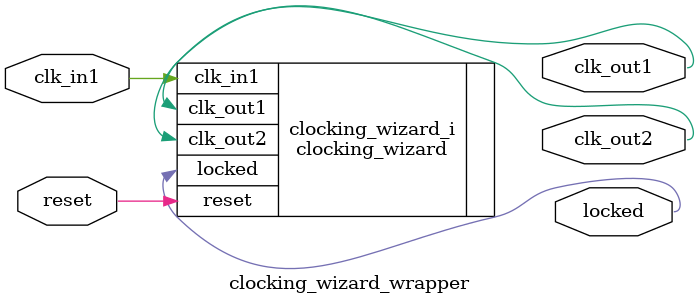
<source format=v>
`timescale 1 ps / 1 ps

module clocking_wizard_wrapper
   (clk_in1,
    clk_out1,
    clk_out2,
    locked,
    reset);
  input clk_in1;
  output clk_out1;
  output clk_out2;
  output locked;
  input reset;

  wire clk_in1;
  wire clk_out1;
  wire clk_out2;
  wire locked;
  wire reset;

  clocking_wizard clocking_wizard_i
       (.clk_in1(clk_in1),
        .clk_out1(clk_out1),
        .clk_out2(clk_out2),
        .locked(locked),
        .reset(reset));
endmodule

</source>
